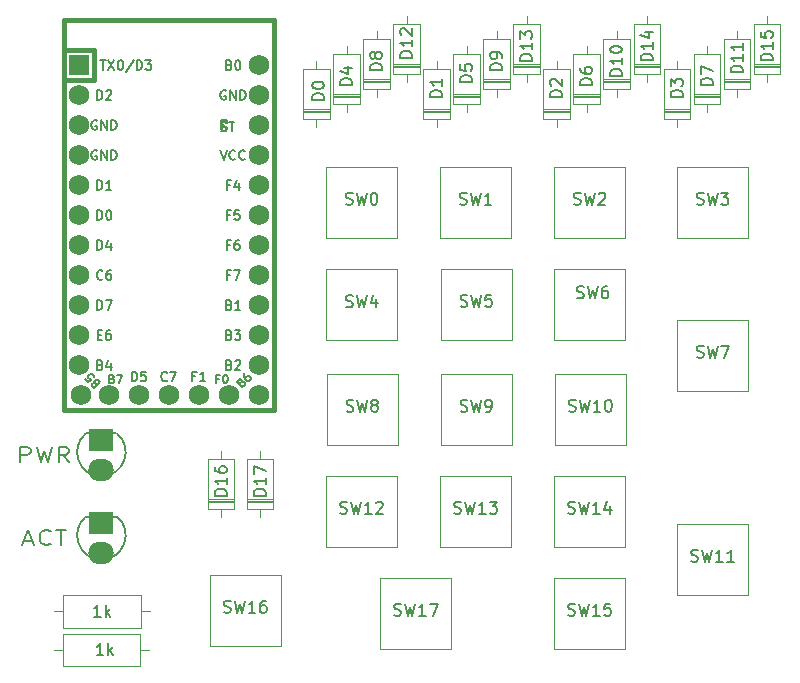
<source format=gbr>
%TF.GenerationSoftware,KiCad,Pcbnew,(6.0.9)*%
%TF.CreationDate,2022-12-06T22:08:06+00:00*%
%TF.ProjectId,PocketPad,506f636b-6574-4506-9164-2e6b69636164,rev?*%
%TF.SameCoordinates,Original*%
%TF.FileFunction,Legend,Top*%
%TF.FilePolarity,Positive*%
%FSLAX46Y46*%
G04 Gerber Fmt 4.6, Leading zero omitted, Abs format (unit mm)*
G04 Created by KiCad (PCBNEW (6.0.9)) date 2022-12-06 22:08:06*
%MOMM*%
%LPD*%
G01*
G04 APERTURE LIST*
%ADD10C,0.150000*%
%ADD11C,0.203200*%
%ADD12C,0.120000*%
%ADD13C,0.381000*%
%ADD14R,1.752600X1.752600*%
%ADD15C,1.752600*%
%ADD16O,2.159000X1.905000*%
%ADD17R,2.159000X1.905000*%
G04 APERTURE END LIST*
D10*
%TO.C,SW2*%
X72446666Y-36588761D02*
X72589523Y-36636380D01*
X72827619Y-36636380D01*
X72922857Y-36588761D01*
X72970476Y-36541142D01*
X73018095Y-36445904D01*
X73018095Y-36350666D01*
X72970476Y-36255428D01*
X72922857Y-36207809D01*
X72827619Y-36160190D01*
X72637142Y-36112571D01*
X72541904Y-36064952D01*
X72494285Y-36017333D01*
X72446666Y-35922095D01*
X72446666Y-35826857D01*
X72494285Y-35731619D01*
X72541904Y-35684000D01*
X72637142Y-35636380D01*
X72875238Y-35636380D01*
X73018095Y-35684000D01*
X73351428Y-35636380D02*
X73589523Y-36636380D01*
X73780000Y-35922095D01*
X73970476Y-36636380D01*
X74208571Y-35636380D01*
X74541904Y-35731619D02*
X74589523Y-35684000D01*
X74684761Y-35636380D01*
X74922857Y-35636380D01*
X75018095Y-35684000D01*
X75065714Y-35731619D01*
X75113333Y-35826857D01*
X75113333Y-35922095D01*
X75065714Y-36064952D01*
X74494285Y-36636380D01*
X75113333Y-36636380D01*
%TO.C,SW7*%
X82860666Y-49542761D02*
X83003523Y-49590380D01*
X83241619Y-49590380D01*
X83336857Y-49542761D01*
X83384476Y-49495142D01*
X83432095Y-49399904D01*
X83432095Y-49304666D01*
X83384476Y-49209428D01*
X83336857Y-49161809D01*
X83241619Y-49114190D01*
X83051142Y-49066571D01*
X82955904Y-49018952D01*
X82908285Y-48971333D01*
X82860666Y-48876095D01*
X82860666Y-48780857D01*
X82908285Y-48685619D01*
X82955904Y-48638000D01*
X83051142Y-48590380D01*
X83289238Y-48590380D01*
X83432095Y-48638000D01*
X83765428Y-48590380D02*
X84003523Y-49590380D01*
X84194000Y-48876095D01*
X84384476Y-49590380D01*
X84622571Y-48590380D01*
X84908285Y-48590380D02*
X85574952Y-48590380D01*
X85146380Y-49590380D01*
%TO.C,SW3*%
X82860666Y-36588761D02*
X83003523Y-36636380D01*
X83241619Y-36636380D01*
X83336857Y-36588761D01*
X83384476Y-36541142D01*
X83432095Y-36445904D01*
X83432095Y-36350666D01*
X83384476Y-36255428D01*
X83336857Y-36207809D01*
X83241619Y-36160190D01*
X83051142Y-36112571D01*
X82955904Y-36064952D01*
X82908285Y-36017333D01*
X82860666Y-35922095D01*
X82860666Y-35826857D01*
X82908285Y-35731619D01*
X82955904Y-35684000D01*
X83051142Y-35636380D01*
X83289238Y-35636380D01*
X83432095Y-35684000D01*
X83765428Y-35636380D02*
X84003523Y-36636380D01*
X84194000Y-35922095D01*
X84384476Y-36636380D01*
X84622571Y-35636380D01*
X84908285Y-35636380D02*
X85527333Y-35636380D01*
X85194000Y-36017333D01*
X85336857Y-36017333D01*
X85432095Y-36064952D01*
X85479714Y-36112571D01*
X85527333Y-36207809D01*
X85527333Y-36445904D01*
X85479714Y-36541142D01*
X85432095Y-36588761D01*
X85336857Y-36636380D01*
X85051142Y-36636380D01*
X84955904Y-36588761D01*
X84908285Y-36541142D01*
%TO.C,SW16*%
X42812476Y-71132761D02*
X42955333Y-71180380D01*
X43193428Y-71180380D01*
X43288666Y-71132761D01*
X43336285Y-71085142D01*
X43383904Y-70989904D01*
X43383904Y-70894666D01*
X43336285Y-70799428D01*
X43288666Y-70751809D01*
X43193428Y-70704190D01*
X43002952Y-70656571D01*
X42907714Y-70608952D01*
X42860095Y-70561333D01*
X42812476Y-70466095D01*
X42812476Y-70370857D01*
X42860095Y-70275619D01*
X42907714Y-70228000D01*
X43002952Y-70180380D01*
X43241047Y-70180380D01*
X43383904Y-70228000D01*
X43717238Y-70180380D02*
X43955333Y-71180380D01*
X44145809Y-70466095D01*
X44336285Y-71180380D01*
X44574380Y-70180380D01*
X45479142Y-71180380D02*
X44907714Y-71180380D01*
X45193428Y-71180380D02*
X45193428Y-70180380D01*
X45098190Y-70323238D01*
X45002952Y-70418476D01*
X44907714Y-70466095D01*
X46336285Y-70180380D02*
X46145809Y-70180380D01*
X46050571Y-70228000D01*
X46002952Y-70275619D01*
X45907714Y-70418476D01*
X45860095Y-70608952D01*
X45860095Y-70989904D01*
X45907714Y-71085142D01*
X45955333Y-71132761D01*
X46050571Y-71180380D01*
X46241047Y-71180380D01*
X46336285Y-71132761D01*
X46383904Y-71085142D01*
X46431523Y-70989904D01*
X46431523Y-70751809D01*
X46383904Y-70656571D01*
X46336285Y-70608952D01*
X46241047Y-70561333D01*
X46050571Y-70561333D01*
X45955333Y-70608952D01*
X45907714Y-70656571D01*
X45860095Y-70751809D01*
%TO.C,SW17*%
X57238476Y-71386761D02*
X57381333Y-71434380D01*
X57619428Y-71434380D01*
X57714666Y-71386761D01*
X57762285Y-71339142D01*
X57809904Y-71243904D01*
X57809904Y-71148666D01*
X57762285Y-71053428D01*
X57714666Y-71005809D01*
X57619428Y-70958190D01*
X57428952Y-70910571D01*
X57333714Y-70862952D01*
X57286095Y-70815333D01*
X57238476Y-70720095D01*
X57238476Y-70624857D01*
X57286095Y-70529619D01*
X57333714Y-70482000D01*
X57428952Y-70434380D01*
X57667047Y-70434380D01*
X57809904Y-70482000D01*
X58143238Y-70434380D02*
X58381333Y-71434380D01*
X58571809Y-70720095D01*
X58762285Y-71434380D01*
X59000380Y-70434380D01*
X59905142Y-71434380D02*
X59333714Y-71434380D01*
X59619428Y-71434380D02*
X59619428Y-70434380D01*
X59524190Y-70577238D01*
X59428952Y-70672476D01*
X59333714Y-70720095D01*
X60238476Y-70434380D02*
X60905142Y-70434380D01*
X60476571Y-71434380D01*
%TO.C,SW8*%
X53194666Y-54114761D02*
X53337523Y-54162380D01*
X53575619Y-54162380D01*
X53670857Y-54114761D01*
X53718476Y-54067142D01*
X53766095Y-53971904D01*
X53766095Y-53876666D01*
X53718476Y-53781428D01*
X53670857Y-53733809D01*
X53575619Y-53686190D01*
X53385142Y-53638571D01*
X53289904Y-53590952D01*
X53242285Y-53543333D01*
X53194666Y-53448095D01*
X53194666Y-53352857D01*
X53242285Y-53257619D01*
X53289904Y-53210000D01*
X53385142Y-53162380D01*
X53623238Y-53162380D01*
X53766095Y-53210000D01*
X54099428Y-53162380D02*
X54337523Y-54162380D01*
X54528000Y-53448095D01*
X54718476Y-54162380D01*
X54956571Y-53162380D01*
X55480380Y-53590952D02*
X55385142Y-53543333D01*
X55337523Y-53495714D01*
X55289904Y-53400476D01*
X55289904Y-53352857D01*
X55337523Y-53257619D01*
X55385142Y-53210000D01*
X55480380Y-53162380D01*
X55670857Y-53162380D01*
X55766095Y-53210000D01*
X55813714Y-53257619D01*
X55861333Y-53352857D01*
X55861333Y-53400476D01*
X55813714Y-53495714D01*
X55766095Y-53543333D01*
X55670857Y-53590952D01*
X55480380Y-53590952D01*
X55385142Y-53638571D01*
X55337523Y-53686190D01*
X55289904Y-53781428D01*
X55289904Y-53971904D01*
X55337523Y-54067142D01*
X55385142Y-54114761D01*
X55480380Y-54162380D01*
X55670857Y-54162380D01*
X55766095Y-54114761D01*
X55813714Y-54067142D01*
X55861333Y-53971904D01*
X55861333Y-53781428D01*
X55813714Y-53686190D01*
X55766095Y-53638571D01*
X55670857Y-53590952D01*
%TO.C,D16*%
X43042380Y-61266285D02*
X42042380Y-61266285D01*
X42042380Y-61028190D01*
X42090000Y-60885333D01*
X42185238Y-60790095D01*
X42280476Y-60742476D01*
X42470952Y-60694857D01*
X42613809Y-60694857D01*
X42804285Y-60742476D01*
X42899523Y-60790095D01*
X42994761Y-60885333D01*
X43042380Y-61028190D01*
X43042380Y-61266285D01*
X43042380Y-59742476D02*
X43042380Y-60313904D01*
X43042380Y-60028190D02*
X42042380Y-60028190D01*
X42185238Y-60123428D01*
X42280476Y-60218666D01*
X42328095Y-60313904D01*
X42042380Y-58885333D02*
X42042380Y-59075809D01*
X42090000Y-59171047D01*
X42137619Y-59218666D01*
X42280476Y-59313904D01*
X42470952Y-59361523D01*
X42851904Y-59361523D01*
X42947142Y-59313904D01*
X42994761Y-59266285D01*
X43042380Y-59171047D01*
X43042380Y-58980571D01*
X42994761Y-58885333D01*
X42947142Y-58837714D01*
X42851904Y-58790095D01*
X42613809Y-58790095D01*
X42518571Y-58837714D01*
X42470952Y-58885333D01*
X42423333Y-58980571D01*
X42423333Y-59171047D01*
X42470952Y-59266285D01*
X42518571Y-59313904D01*
X42613809Y-59361523D01*
%TO.C,D1*%
X61278380Y-27516095D02*
X60278380Y-27516095D01*
X60278380Y-27278000D01*
X60326000Y-27135142D01*
X60421238Y-27039904D01*
X60516476Y-26992285D01*
X60706952Y-26944666D01*
X60849809Y-26944666D01*
X61040285Y-26992285D01*
X61135523Y-27039904D01*
X61230761Y-27135142D01*
X61278380Y-27278000D01*
X61278380Y-27516095D01*
X61278380Y-25992285D02*
X61278380Y-26563714D01*
X61278380Y-26278000D02*
X60278380Y-26278000D01*
X60421238Y-26373238D01*
X60516476Y-26468476D01*
X60564095Y-26563714D01*
%TO.C,D5*%
X63818380Y-26246095D02*
X62818380Y-26246095D01*
X62818380Y-26008000D01*
X62866000Y-25865142D01*
X62961238Y-25769904D01*
X63056476Y-25722285D01*
X63246952Y-25674666D01*
X63389809Y-25674666D01*
X63580285Y-25722285D01*
X63675523Y-25769904D01*
X63770761Y-25865142D01*
X63818380Y-26008000D01*
X63818380Y-26246095D01*
X62818380Y-24769904D02*
X62818380Y-25246095D01*
X63294571Y-25293714D01*
X63246952Y-25246095D01*
X63199333Y-25150857D01*
X63199333Y-24912761D01*
X63246952Y-24817523D01*
X63294571Y-24769904D01*
X63389809Y-24722285D01*
X63627904Y-24722285D01*
X63723142Y-24769904D01*
X63770761Y-24817523D01*
X63818380Y-24912761D01*
X63818380Y-25150857D01*
X63770761Y-25246095D01*
X63723142Y-25293714D01*
%TO.C,D13*%
X68898380Y-24436285D02*
X67898380Y-24436285D01*
X67898380Y-24198190D01*
X67946000Y-24055333D01*
X68041238Y-23960095D01*
X68136476Y-23912476D01*
X68326952Y-23864857D01*
X68469809Y-23864857D01*
X68660285Y-23912476D01*
X68755523Y-23960095D01*
X68850761Y-24055333D01*
X68898380Y-24198190D01*
X68898380Y-24436285D01*
X68898380Y-22912476D02*
X68898380Y-23483904D01*
X68898380Y-23198190D02*
X67898380Y-23198190D01*
X68041238Y-23293428D01*
X68136476Y-23388666D01*
X68184095Y-23483904D01*
X67898380Y-22579142D02*
X67898380Y-21960095D01*
X68279333Y-22293428D01*
X68279333Y-22150571D01*
X68326952Y-22055333D01*
X68374571Y-22007714D01*
X68469809Y-21960095D01*
X68707904Y-21960095D01*
X68803142Y-22007714D01*
X68850761Y-22055333D01*
X68898380Y-22150571D01*
X68898380Y-22436285D01*
X68850761Y-22531523D01*
X68803142Y-22579142D01*
%TO.C,SW13*%
X62318476Y-62750761D02*
X62461333Y-62798380D01*
X62699428Y-62798380D01*
X62794666Y-62750761D01*
X62842285Y-62703142D01*
X62889904Y-62607904D01*
X62889904Y-62512666D01*
X62842285Y-62417428D01*
X62794666Y-62369809D01*
X62699428Y-62322190D01*
X62508952Y-62274571D01*
X62413714Y-62226952D01*
X62366095Y-62179333D01*
X62318476Y-62084095D01*
X62318476Y-61988857D01*
X62366095Y-61893619D01*
X62413714Y-61846000D01*
X62508952Y-61798380D01*
X62747047Y-61798380D01*
X62889904Y-61846000D01*
X63223238Y-61798380D02*
X63461333Y-62798380D01*
X63651809Y-62084095D01*
X63842285Y-62798380D01*
X64080380Y-61798380D01*
X64985142Y-62798380D02*
X64413714Y-62798380D01*
X64699428Y-62798380D02*
X64699428Y-61798380D01*
X64604190Y-61941238D01*
X64508952Y-62036476D01*
X64413714Y-62084095D01*
X65318476Y-61798380D02*
X65937523Y-61798380D01*
X65604190Y-62179333D01*
X65747047Y-62179333D01*
X65842285Y-62226952D01*
X65889904Y-62274571D01*
X65937523Y-62369809D01*
X65937523Y-62607904D01*
X65889904Y-62703142D01*
X65842285Y-62750761D01*
X65747047Y-62798380D01*
X65461333Y-62798380D01*
X65366095Y-62750761D01*
X65318476Y-62703142D01*
%TO.C,SW14*%
X71970476Y-62750761D02*
X72113333Y-62798380D01*
X72351428Y-62798380D01*
X72446666Y-62750761D01*
X72494285Y-62703142D01*
X72541904Y-62607904D01*
X72541904Y-62512666D01*
X72494285Y-62417428D01*
X72446666Y-62369809D01*
X72351428Y-62322190D01*
X72160952Y-62274571D01*
X72065714Y-62226952D01*
X72018095Y-62179333D01*
X71970476Y-62084095D01*
X71970476Y-61988857D01*
X72018095Y-61893619D01*
X72065714Y-61846000D01*
X72160952Y-61798380D01*
X72399047Y-61798380D01*
X72541904Y-61846000D01*
X72875238Y-61798380D02*
X73113333Y-62798380D01*
X73303809Y-62084095D01*
X73494285Y-62798380D01*
X73732380Y-61798380D01*
X74637142Y-62798380D02*
X74065714Y-62798380D01*
X74351428Y-62798380D02*
X74351428Y-61798380D01*
X74256190Y-61941238D01*
X74160952Y-62036476D01*
X74065714Y-62084095D01*
X75494285Y-62131714D02*
X75494285Y-62798380D01*
X75256190Y-61750761D02*
X75018095Y-62465047D01*
X75637142Y-62465047D01*
%TO.C,SW6*%
X72700666Y-44502761D02*
X72843523Y-44550380D01*
X73081619Y-44550380D01*
X73176857Y-44502761D01*
X73224476Y-44455142D01*
X73272095Y-44359904D01*
X73272095Y-44264666D01*
X73224476Y-44169428D01*
X73176857Y-44121809D01*
X73081619Y-44074190D01*
X72891142Y-44026571D01*
X72795904Y-43978952D01*
X72748285Y-43931333D01*
X72700666Y-43836095D01*
X72700666Y-43740857D01*
X72748285Y-43645619D01*
X72795904Y-43598000D01*
X72891142Y-43550380D01*
X73129238Y-43550380D01*
X73272095Y-43598000D01*
X73605428Y-43550380D02*
X73843523Y-44550380D01*
X74034000Y-43836095D01*
X74224476Y-44550380D01*
X74462571Y-43550380D01*
X75272095Y-43550380D02*
X75081619Y-43550380D01*
X74986380Y-43598000D01*
X74938761Y-43645619D01*
X74843523Y-43788476D01*
X74795904Y-43978952D01*
X74795904Y-44359904D01*
X74843523Y-44455142D01*
X74891142Y-44502761D01*
X74986380Y-44550380D01*
X75176857Y-44550380D01*
X75272095Y-44502761D01*
X75319714Y-44455142D01*
X75367333Y-44359904D01*
X75367333Y-44121809D01*
X75319714Y-44026571D01*
X75272095Y-43978952D01*
X75176857Y-43931333D01*
X74986380Y-43931333D01*
X74891142Y-43978952D01*
X74843523Y-44026571D01*
X74795904Y-44121809D01*
%TO.C,D4*%
X53658380Y-26500095D02*
X52658380Y-26500095D01*
X52658380Y-26262000D01*
X52706000Y-26119142D01*
X52801238Y-26023904D01*
X52896476Y-25976285D01*
X53086952Y-25928666D01*
X53229809Y-25928666D01*
X53420285Y-25976285D01*
X53515523Y-26023904D01*
X53610761Y-26119142D01*
X53658380Y-26262000D01*
X53658380Y-26500095D01*
X52991714Y-25071523D02*
X53658380Y-25071523D01*
X52610761Y-25309619D02*
X53325047Y-25547714D01*
X53325047Y-24928666D01*
%TO.C,MCU1*%
X32055476Y-29534750D02*
X31979285Y-29496654D01*
X31865000Y-29496654D01*
X31750714Y-29534750D01*
X31674523Y-29610940D01*
X31636428Y-29687130D01*
X31598333Y-29839511D01*
X31598333Y-29953797D01*
X31636428Y-30106178D01*
X31674523Y-30182369D01*
X31750714Y-30258559D01*
X31865000Y-30296654D01*
X31941190Y-30296654D01*
X32055476Y-30258559D01*
X32093571Y-30220464D01*
X32093571Y-29953797D01*
X31941190Y-29953797D01*
X32436428Y-30296654D02*
X32436428Y-29496654D01*
X32893571Y-30296654D01*
X32893571Y-29496654D01*
X33274523Y-30296654D02*
X33274523Y-29496654D01*
X33465000Y-29496654D01*
X33579285Y-29534750D01*
X33655476Y-29610940D01*
X33693571Y-29687130D01*
X33731666Y-29839511D01*
X33731666Y-29953797D01*
X33693571Y-30106178D01*
X33655476Y-30182369D01*
X33579285Y-30258559D01*
X33465000Y-30296654D01*
X33274523Y-30296654D01*
X42564666Y-30403809D02*
X42678952Y-30441904D01*
X42869428Y-30441904D01*
X42945619Y-30403809D01*
X42983714Y-30365714D01*
X43021809Y-30289523D01*
X43021809Y-30213333D01*
X42983714Y-30137142D01*
X42945619Y-30099047D01*
X42869428Y-30060952D01*
X42717047Y-30022857D01*
X42640857Y-29984761D01*
X42602761Y-29946666D01*
X42564666Y-29870476D01*
X42564666Y-29794285D01*
X42602761Y-29718095D01*
X42640857Y-29680000D01*
X42717047Y-29641904D01*
X42907523Y-29641904D01*
X43021809Y-29680000D01*
X43250380Y-29641904D02*
X43707523Y-29641904D01*
X43478952Y-30441904D02*
X43478952Y-29641904D01*
X42977476Y-26994750D02*
X42901285Y-26956654D01*
X42787000Y-26956654D01*
X42672714Y-26994750D01*
X42596523Y-27070940D01*
X42558428Y-27147130D01*
X42520333Y-27299511D01*
X42520333Y-27413797D01*
X42558428Y-27566178D01*
X42596523Y-27642369D01*
X42672714Y-27718559D01*
X42787000Y-27756654D01*
X42863190Y-27756654D01*
X42977476Y-27718559D01*
X43015571Y-27680464D01*
X43015571Y-27413797D01*
X42863190Y-27413797D01*
X43358428Y-27756654D02*
X43358428Y-26956654D01*
X43815571Y-27756654D01*
X43815571Y-26956654D01*
X44196523Y-27756654D02*
X44196523Y-26956654D01*
X44387000Y-26956654D01*
X44501285Y-26994750D01*
X44577476Y-27070940D01*
X44615571Y-27147130D01*
X44653666Y-27299511D01*
X44653666Y-27413797D01*
X44615571Y-27566178D01*
X44577476Y-27642369D01*
X44501285Y-27718559D01*
X44387000Y-27756654D01*
X44196523Y-27756654D01*
X31890991Y-51760452D02*
X31843851Y-51666171D01*
X31843851Y-51619030D01*
X31867421Y-51548320D01*
X31938132Y-51477609D01*
X32008842Y-51454039D01*
X32055983Y-51454039D01*
X32126693Y-51477609D01*
X32315255Y-51666171D01*
X31820280Y-52161146D01*
X31655289Y-51996154D01*
X31631719Y-51925443D01*
X31631719Y-51878303D01*
X31655289Y-51807592D01*
X31702429Y-51760452D01*
X31773140Y-51736882D01*
X31820280Y-51736882D01*
X31890991Y-51760452D01*
X32055983Y-51925443D01*
X31089603Y-51430469D02*
X31325306Y-51666171D01*
X31584578Y-51454039D01*
X31537438Y-51454039D01*
X31466727Y-51430469D01*
X31348876Y-51312617D01*
X31325306Y-51241907D01*
X31325306Y-51194766D01*
X31348876Y-51124056D01*
X31466727Y-51006205D01*
X31537438Y-50982634D01*
X31584578Y-50982634D01*
X31655289Y-51006205D01*
X31773140Y-51124056D01*
X31796710Y-51194766D01*
X31796710Y-51241907D01*
X43263190Y-24797607D02*
X43377476Y-24835702D01*
X43415571Y-24873797D01*
X43453666Y-24949988D01*
X43453666Y-25064273D01*
X43415571Y-25140464D01*
X43377476Y-25178559D01*
X43301285Y-25216654D01*
X42996523Y-25216654D01*
X42996523Y-24416654D01*
X43263190Y-24416654D01*
X43339380Y-24454750D01*
X43377476Y-24492845D01*
X43415571Y-24569035D01*
X43415571Y-24645226D01*
X43377476Y-24721416D01*
X43339380Y-24759511D01*
X43263190Y-24797607D01*
X42996523Y-24797607D01*
X43948904Y-24416654D02*
X44025095Y-24416654D01*
X44101285Y-24454750D01*
X44139380Y-24492845D01*
X44177476Y-24569035D01*
X44215571Y-24721416D01*
X44215571Y-24911892D01*
X44177476Y-25064273D01*
X44139380Y-25140464D01*
X44101285Y-25178559D01*
X44025095Y-25216654D01*
X43948904Y-25216654D01*
X43872714Y-25178559D01*
X43834619Y-25140464D01*
X43796523Y-25064273D01*
X43758428Y-24911892D01*
X43758428Y-24721416D01*
X43796523Y-24569035D01*
X43834619Y-24492845D01*
X43872714Y-24454750D01*
X43948904Y-24416654D01*
X32363651Y-24416654D02*
X32820794Y-24416654D01*
X32592223Y-25216654D02*
X32592223Y-24416654D01*
X33011270Y-24416654D02*
X33544604Y-25216654D01*
X33544604Y-24416654D02*
X33011270Y-25216654D01*
X34001747Y-24416654D02*
X34077937Y-24416654D01*
X34154128Y-24454750D01*
X34192223Y-24492845D01*
X34230318Y-24569035D01*
X34268413Y-24721416D01*
X34268413Y-24911892D01*
X34230318Y-25064273D01*
X34192223Y-25140464D01*
X34154128Y-25178559D01*
X34077937Y-25216654D01*
X34001747Y-25216654D01*
X33925556Y-25178559D01*
X33887461Y-25140464D01*
X33849366Y-25064273D01*
X33811270Y-24911892D01*
X33811270Y-24721416D01*
X33849366Y-24569035D01*
X33887461Y-24492845D01*
X33925556Y-24454750D01*
X34001747Y-24416654D01*
X35182699Y-24378559D02*
X34496985Y-25407130D01*
X35449366Y-25216654D02*
X35449366Y-24416654D01*
X35639842Y-24416654D01*
X35754128Y-24454750D01*
X35830318Y-24530940D01*
X35868413Y-24607130D01*
X35906508Y-24759511D01*
X35906508Y-24873797D01*
X35868413Y-25026178D01*
X35830318Y-25102369D01*
X35754128Y-25178559D01*
X35639842Y-25216654D01*
X35449366Y-25216654D01*
X36173175Y-24416654D02*
X36668413Y-24416654D01*
X36401747Y-24721416D01*
X36516032Y-24721416D01*
X36592223Y-24759511D01*
X36630318Y-24797607D01*
X36668413Y-24873797D01*
X36668413Y-25064273D01*
X36630318Y-25140464D01*
X36592223Y-25178559D01*
X36516032Y-25216654D01*
X36287461Y-25216654D01*
X36211270Y-25178559D01*
X36173175Y-25140464D01*
X43320333Y-40037607D02*
X43053666Y-40037607D01*
X43053666Y-40456654D02*
X43053666Y-39656654D01*
X43434619Y-39656654D01*
X44082238Y-39656654D02*
X43929857Y-39656654D01*
X43853666Y-39694750D01*
X43815571Y-39732845D01*
X43739380Y-39847130D01*
X43701285Y-39999511D01*
X43701285Y-40304273D01*
X43739380Y-40380464D01*
X43777476Y-40418559D01*
X43853666Y-40456654D01*
X44006047Y-40456654D01*
X44082238Y-40418559D01*
X44120333Y-40380464D01*
X44158428Y-40304273D01*
X44158428Y-40113797D01*
X44120333Y-40037607D01*
X44082238Y-39999511D01*
X44006047Y-39961416D01*
X43853666Y-39961416D01*
X43777476Y-39999511D01*
X43739380Y-40037607D01*
X43701285Y-40113797D01*
X43263190Y-45117607D02*
X43377476Y-45155702D01*
X43415571Y-45193797D01*
X43453666Y-45269988D01*
X43453666Y-45384273D01*
X43415571Y-45460464D01*
X43377476Y-45498559D01*
X43301285Y-45536654D01*
X42996523Y-45536654D01*
X42996523Y-44736654D01*
X43263190Y-44736654D01*
X43339380Y-44774750D01*
X43377476Y-44812845D01*
X43415571Y-44889035D01*
X43415571Y-44965226D01*
X43377476Y-45041416D01*
X43339380Y-45079511D01*
X43263190Y-45117607D01*
X42996523Y-45117607D01*
X44215571Y-45536654D02*
X43758428Y-45536654D01*
X43987000Y-45536654D02*
X43987000Y-44736654D01*
X43910809Y-44850940D01*
X43834619Y-44927130D01*
X43758428Y-44965226D01*
X37992666Y-51510464D02*
X37954571Y-51548559D01*
X37840285Y-51586654D01*
X37764095Y-51586654D01*
X37649809Y-51548559D01*
X37573619Y-51472369D01*
X37535523Y-51396178D01*
X37497428Y-51243797D01*
X37497428Y-51129511D01*
X37535523Y-50977130D01*
X37573619Y-50900940D01*
X37649809Y-50824750D01*
X37764095Y-50786654D01*
X37840285Y-50786654D01*
X37954571Y-50824750D01*
X37992666Y-50862845D01*
X38259333Y-50786654D02*
X38792666Y-50786654D01*
X38449809Y-51586654D01*
X42520333Y-32036654D02*
X42787000Y-32836654D01*
X43053666Y-32036654D01*
X43777476Y-32760464D02*
X43739380Y-32798559D01*
X43625095Y-32836654D01*
X43548904Y-32836654D01*
X43434619Y-32798559D01*
X43358428Y-32722369D01*
X43320333Y-32646178D01*
X43282238Y-32493797D01*
X43282238Y-32379511D01*
X43320333Y-32227130D01*
X43358428Y-32150940D01*
X43434619Y-32074750D01*
X43548904Y-32036654D01*
X43625095Y-32036654D01*
X43739380Y-32074750D01*
X43777476Y-32112845D01*
X44577476Y-32760464D02*
X44539380Y-32798559D01*
X44425095Y-32836654D01*
X44348904Y-32836654D01*
X44234619Y-32798559D01*
X44158428Y-32722369D01*
X44120333Y-32646178D01*
X44082238Y-32493797D01*
X44082238Y-32379511D01*
X44120333Y-32227130D01*
X44158428Y-32150940D01*
X44234619Y-32074750D01*
X44348904Y-32036654D01*
X44425095Y-32036654D01*
X44539380Y-32074750D01*
X44577476Y-32112845D01*
X32341190Y-50197607D02*
X32455476Y-50235702D01*
X32493571Y-50273797D01*
X32531666Y-50349988D01*
X32531666Y-50464273D01*
X32493571Y-50540464D01*
X32455476Y-50578559D01*
X32379285Y-50616654D01*
X32074523Y-50616654D01*
X32074523Y-49816654D01*
X32341190Y-49816654D01*
X32417380Y-49854750D01*
X32455476Y-49892845D01*
X32493571Y-49969035D01*
X32493571Y-50045226D01*
X32455476Y-50121416D01*
X32417380Y-50159511D01*
X32341190Y-50197607D01*
X32074523Y-50197607D01*
X33217380Y-50083321D02*
X33217380Y-50616654D01*
X33026904Y-49778559D02*
X32836428Y-50349988D01*
X33331666Y-50349988D01*
X32074523Y-37916654D02*
X32074523Y-37116654D01*
X32265000Y-37116654D01*
X32379285Y-37154750D01*
X32455476Y-37230940D01*
X32493571Y-37307130D01*
X32531666Y-37459511D01*
X32531666Y-37573797D01*
X32493571Y-37726178D01*
X32455476Y-37802369D01*
X32379285Y-37878559D01*
X32265000Y-37916654D01*
X32074523Y-37916654D01*
X33026904Y-37116654D02*
X33103095Y-37116654D01*
X33179285Y-37154750D01*
X33217380Y-37192845D01*
X33255476Y-37269035D01*
X33293571Y-37421416D01*
X33293571Y-37611892D01*
X33255476Y-37764273D01*
X33217380Y-37840464D01*
X33179285Y-37878559D01*
X33103095Y-37916654D01*
X33026904Y-37916654D01*
X32950714Y-37878559D01*
X32912619Y-37840464D01*
X32874523Y-37764273D01*
X32836428Y-37611892D01*
X32836428Y-37421416D01*
X32874523Y-37269035D01*
X32912619Y-37192845D01*
X32950714Y-37154750D01*
X33026904Y-37116654D01*
X33342666Y-51374750D02*
X33442666Y-51408083D01*
X33476000Y-51441416D01*
X33509333Y-51508083D01*
X33509333Y-51608083D01*
X33476000Y-51674750D01*
X33442666Y-51708083D01*
X33376000Y-51741416D01*
X33109333Y-51741416D01*
X33109333Y-51041416D01*
X33342666Y-51041416D01*
X33409333Y-51074750D01*
X33442666Y-51108083D01*
X33476000Y-51174750D01*
X33476000Y-51241416D01*
X33442666Y-51308083D01*
X33409333Y-51341416D01*
X33342666Y-51374750D01*
X33109333Y-51374750D01*
X33742666Y-51041416D02*
X34209333Y-51041416D01*
X33909333Y-51741416D01*
X32074523Y-40456654D02*
X32074523Y-39656654D01*
X32265000Y-39656654D01*
X32379285Y-39694750D01*
X32455476Y-39770940D01*
X32493571Y-39847130D01*
X32531666Y-39999511D01*
X32531666Y-40113797D01*
X32493571Y-40266178D01*
X32455476Y-40342369D01*
X32379285Y-40418559D01*
X32265000Y-40456654D01*
X32074523Y-40456654D01*
X33217380Y-39923321D02*
X33217380Y-40456654D01*
X33026904Y-39618559D02*
X32836428Y-40189988D01*
X33331666Y-40189988D01*
X32531666Y-42920464D02*
X32493571Y-42958559D01*
X32379285Y-42996654D01*
X32303095Y-42996654D01*
X32188809Y-42958559D01*
X32112619Y-42882369D01*
X32074523Y-42806178D01*
X32036428Y-42653797D01*
X32036428Y-42539511D01*
X32074523Y-42387130D01*
X32112619Y-42310940D01*
X32188809Y-42234750D01*
X32303095Y-42196654D01*
X32379285Y-42196654D01*
X32493571Y-42234750D01*
X32531666Y-42272845D01*
X33217380Y-42196654D02*
X33065000Y-42196654D01*
X32988809Y-42234750D01*
X32950714Y-42272845D01*
X32874523Y-42387130D01*
X32836428Y-42539511D01*
X32836428Y-42844273D01*
X32874523Y-42920464D01*
X32912619Y-42958559D01*
X32988809Y-42996654D01*
X33141190Y-42996654D01*
X33217380Y-42958559D01*
X33255476Y-42920464D01*
X33293571Y-42844273D01*
X33293571Y-42653797D01*
X33255476Y-42577607D01*
X33217380Y-42539511D01*
X33141190Y-42501416D01*
X32988809Y-42501416D01*
X32912619Y-42539511D01*
X32874523Y-42577607D01*
X32836428Y-42653797D01*
X43320333Y-42577607D02*
X43053666Y-42577607D01*
X43053666Y-42996654D02*
X43053666Y-42196654D01*
X43434619Y-42196654D01*
X43663190Y-42196654D02*
X44196523Y-42196654D01*
X43853666Y-42996654D01*
X32074523Y-35376654D02*
X32074523Y-34576654D01*
X32265000Y-34576654D01*
X32379285Y-34614750D01*
X32455476Y-34690940D01*
X32493571Y-34767130D01*
X32531666Y-34919511D01*
X32531666Y-35033797D01*
X32493571Y-35186178D01*
X32455476Y-35262369D01*
X32379285Y-35338559D01*
X32265000Y-35376654D01*
X32074523Y-35376654D01*
X33293571Y-35376654D02*
X32836428Y-35376654D01*
X33065000Y-35376654D02*
X33065000Y-34576654D01*
X32988809Y-34690940D01*
X32912619Y-34767130D01*
X32836428Y-34805226D01*
X43320333Y-34957607D02*
X43053666Y-34957607D01*
X43053666Y-35376654D02*
X43053666Y-34576654D01*
X43434619Y-34576654D01*
X44082238Y-34843321D02*
X44082238Y-35376654D01*
X43891761Y-34538559D02*
X43701285Y-35109988D01*
X44196523Y-35109988D01*
X32074523Y-27756654D02*
X32074523Y-26956654D01*
X32265000Y-26956654D01*
X32379285Y-26994750D01*
X32455476Y-27070940D01*
X32493571Y-27147130D01*
X32531666Y-27299511D01*
X32531666Y-27413797D01*
X32493571Y-27566178D01*
X32455476Y-27642369D01*
X32379285Y-27718559D01*
X32265000Y-27756654D01*
X32074523Y-27756654D01*
X32836428Y-27032845D02*
X32874523Y-26994750D01*
X32950714Y-26956654D01*
X33141190Y-26956654D01*
X33217380Y-26994750D01*
X33255476Y-27032845D01*
X33293571Y-27109035D01*
X33293571Y-27185226D01*
X33255476Y-27299511D01*
X32798333Y-27756654D01*
X33293571Y-27756654D01*
X43263190Y-47657607D02*
X43377476Y-47695702D01*
X43415571Y-47733797D01*
X43453666Y-47809988D01*
X43453666Y-47924273D01*
X43415571Y-48000464D01*
X43377476Y-48038559D01*
X43301285Y-48076654D01*
X42996523Y-48076654D01*
X42996523Y-47276654D01*
X43263190Y-47276654D01*
X43339380Y-47314750D01*
X43377476Y-47352845D01*
X43415571Y-47429035D01*
X43415571Y-47505226D01*
X43377476Y-47581416D01*
X43339380Y-47619511D01*
X43263190Y-47657607D01*
X42996523Y-47657607D01*
X43720333Y-47276654D02*
X44215571Y-47276654D01*
X43948904Y-47581416D01*
X44063190Y-47581416D01*
X44139380Y-47619511D01*
X44177476Y-47657607D01*
X44215571Y-47733797D01*
X44215571Y-47924273D01*
X44177476Y-48000464D01*
X44139380Y-48038559D01*
X44063190Y-48076654D01*
X43834619Y-48076654D01*
X43758428Y-48038559D01*
X43720333Y-48000464D01*
X32055476Y-32074750D02*
X31979285Y-32036654D01*
X31865000Y-32036654D01*
X31750714Y-32074750D01*
X31674523Y-32150940D01*
X31636428Y-32227130D01*
X31598333Y-32379511D01*
X31598333Y-32493797D01*
X31636428Y-32646178D01*
X31674523Y-32722369D01*
X31750714Y-32798559D01*
X31865000Y-32836654D01*
X31941190Y-32836654D01*
X32055476Y-32798559D01*
X32093571Y-32760464D01*
X32093571Y-32493797D01*
X31941190Y-32493797D01*
X32436428Y-32836654D02*
X32436428Y-32036654D01*
X32893571Y-32836654D01*
X32893571Y-32036654D01*
X33274523Y-32836654D02*
X33274523Y-32036654D01*
X33465000Y-32036654D01*
X33579285Y-32074750D01*
X33655476Y-32150940D01*
X33693571Y-32227130D01*
X33731666Y-32379511D01*
X33731666Y-32493797D01*
X33693571Y-32646178D01*
X33655476Y-32722369D01*
X33579285Y-32798559D01*
X33465000Y-32836654D01*
X33274523Y-32836654D01*
X34995523Y-51586654D02*
X34995523Y-50786654D01*
X35186000Y-50786654D01*
X35300285Y-50824750D01*
X35376476Y-50900940D01*
X35414571Y-50977130D01*
X35452666Y-51129511D01*
X35452666Y-51243797D01*
X35414571Y-51396178D01*
X35376476Y-51472369D01*
X35300285Y-51548559D01*
X35186000Y-51586654D01*
X34995523Y-51586654D01*
X36176476Y-50786654D02*
X35795523Y-50786654D01*
X35757428Y-51167607D01*
X35795523Y-51129511D01*
X35871714Y-51091416D01*
X36062190Y-51091416D01*
X36138380Y-51129511D01*
X36176476Y-51167607D01*
X36214571Y-51243797D01*
X36214571Y-51434273D01*
X36176476Y-51510464D01*
X36138380Y-51548559D01*
X36062190Y-51586654D01*
X35871714Y-51586654D01*
X35795523Y-51548559D01*
X35757428Y-51510464D01*
X44290297Y-51689741D02*
X44384578Y-51642601D01*
X44431719Y-51642601D01*
X44502429Y-51666171D01*
X44573140Y-51736882D01*
X44596710Y-51807592D01*
X44596710Y-51854733D01*
X44573140Y-51925443D01*
X44384578Y-52114005D01*
X43889603Y-51619030D01*
X44054595Y-51454039D01*
X44125306Y-51430469D01*
X44172446Y-51430469D01*
X44243157Y-51454039D01*
X44290297Y-51501179D01*
X44313867Y-51571890D01*
X44313867Y-51619030D01*
X44290297Y-51689741D01*
X44125306Y-51854733D01*
X44596710Y-50911924D02*
X44502429Y-51006205D01*
X44478859Y-51076915D01*
X44478859Y-51124056D01*
X44502429Y-51241907D01*
X44573140Y-51359758D01*
X44761702Y-51548320D01*
X44832412Y-51571890D01*
X44879553Y-51571890D01*
X44950264Y-51548320D01*
X45044544Y-51454039D01*
X45068115Y-51383328D01*
X45068115Y-51336188D01*
X45044544Y-51265477D01*
X44926693Y-51147626D01*
X44855983Y-51124056D01*
X44808842Y-51124056D01*
X44738132Y-51147626D01*
X44643851Y-51241907D01*
X44620280Y-51312617D01*
X44620280Y-51359758D01*
X44643851Y-51430469D01*
X43320333Y-37497607D02*
X43053666Y-37497607D01*
X43053666Y-37916654D02*
X43053666Y-37116654D01*
X43434619Y-37116654D01*
X44120333Y-37116654D02*
X43739380Y-37116654D01*
X43701285Y-37497607D01*
X43739380Y-37459511D01*
X43815571Y-37421416D01*
X44006047Y-37421416D01*
X44082238Y-37459511D01*
X44120333Y-37497607D01*
X44158428Y-37573797D01*
X44158428Y-37764273D01*
X44120333Y-37840464D01*
X44082238Y-37878559D01*
X44006047Y-37916654D01*
X43815571Y-37916654D01*
X43739380Y-37878559D01*
X43701285Y-37840464D01*
X32112619Y-47657607D02*
X32379285Y-47657607D01*
X32493571Y-48076654D02*
X32112619Y-48076654D01*
X32112619Y-47276654D01*
X32493571Y-47276654D01*
X33179285Y-47276654D02*
X33026904Y-47276654D01*
X32950714Y-47314750D01*
X32912619Y-47352845D01*
X32836428Y-47467130D01*
X32798333Y-47619511D01*
X32798333Y-47924273D01*
X32836428Y-48000464D01*
X32874523Y-48038559D01*
X32950714Y-48076654D01*
X33103095Y-48076654D01*
X33179285Y-48038559D01*
X33217380Y-48000464D01*
X33255476Y-47924273D01*
X33255476Y-47733797D01*
X33217380Y-47657607D01*
X33179285Y-47619511D01*
X33103095Y-47581416D01*
X32950714Y-47581416D01*
X32874523Y-47619511D01*
X32836428Y-47657607D01*
X32798333Y-47733797D01*
X42392666Y-51374750D02*
X42159333Y-51374750D01*
X42159333Y-51741416D02*
X42159333Y-51041416D01*
X42492666Y-51041416D01*
X42892666Y-51041416D02*
X42959333Y-51041416D01*
X43026000Y-51074750D01*
X43059333Y-51108083D01*
X43092666Y-51174750D01*
X43126000Y-51308083D01*
X43126000Y-51474750D01*
X43092666Y-51608083D01*
X43059333Y-51674750D01*
X43026000Y-51708083D01*
X42959333Y-51741416D01*
X42892666Y-51741416D01*
X42826000Y-51708083D01*
X42792666Y-51674750D01*
X42759333Y-51608083D01*
X42726000Y-51474750D01*
X42726000Y-51308083D01*
X42759333Y-51174750D01*
X42792666Y-51108083D01*
X42826000Y-51074750D01*
X42892666Y-51041416D01*
X32074523Y-45536654D02*
X32074523Y-44736654D01*
X32265000Y-44736654D01*
X32379285Y-44774750D01*
X32455476Y-44850940D01*
X32493571Y-44927130D01*
X32531666Y-45079511D01*
X32531666Y-45193797D01*
X32493571Y-45346178D01*
X32455476Y-45422369D01*
X32379285Y-45498559D01*
X32265000Y-45536654D01*
X32074523Y-45536654D01*
X32798333Y-44736654D02*
X33331666Y-44736654D01*
X32988809Y-45536654D01*
X40399333Y-51167607D02*
X40132666Y-51167607D01*
X40132666Y-51586654D02*
X40132666Y-50786654D01*
X40513619Y-50786654D01*
X41237428Y-51586654D02*
X40780285Y-51586654D01*
X41008857Y-51586654D02*
X41008857Y-50786654D01*
X40932666Y-50900940D01*
X40856476Y-50977130D01*
X40780285Y-51015226D01*
X43263190Y-50197607D02*
X43377476Y-50235702D01*
X43415571Y-50273797D01*
X43453666Y-50349988D01*
X43453666Y-50464273D01*
X43415571Y-50540464D01*
X43377476Y-50578559D01*
X43301285Y-50616654D01*
X42996523Y-50616654D01*
X42996523Y-49816654D01*
X43263190Y-49816654D01*
X43339380Y-49854750D01*
X43377476Y-49892845D01*
X43415571Y-49969035D01*
X43415571Y-50045226D01*
X43377476Y-50121416D01*
X43339380Y-50159511D01*
X43263190Y-50197607D01*
X42996523Y-50197607D01*
X43758428Y-49892845D02*
X43796523Y-49854750D01*
X43872714Y-49816654D01*
X44063190Y-49816654D01*
X44139380Y-49854750D01*
X44177476Y-49892845D01*
X44215571Y-49969035D01*
X44215571Y-50045226D01*
X44177476Y-50159511D01*
X43720333Y-50616654D01*
X44215571Y-50616654D01*
%TO.C,D15*%
X89270380Y-24430285D02*
X88270380Y-24430285D01*
X88270380Y-24192190D01*
X88318000Y-24049333D01*
X88413238Y-23954095D01*
X88508476Y-23906476D01*
X88698952Y-23858857D01*
X88841809Y-23858857D01*
X89032285Y-23906476D01*
X89127523Y-23954095D01*
X89222761Y-24049333D01*
X89270380Y-24192190D01*
X89270380Y-24430285D01*
X89270380Y-22906476D02*
X89270380Y-23477904D01*
X89270380Y-23192190D02*
X88270380Y-23192190D01*
X88413238Y-23287428D01*
X88508476Y-23382666D01*
X88556095Y-23477904D01*
X88270380Y-22001714D02*
X88270380Y-22477904D01*
X88746571Y-22525523D01*
X88698952Y-22477904D01*
X88651333Y-22382666D01*
X88651333Y-22144571D01*
X88698952Y-22049333D01*
X88746571Y-22001714D01*
X88841809Y-21954095D01*
X89079904Y-21954095D01*
X89175142Y-22001714D01*
X89222761Y-22049333D01*
X89270380Y-22144571D01*
X89270380Y-22382666D01*
X89222761Y-22477904D01*
X89175142Y-22525523D01*
%TO.C,D3*%
X81650380Y-27504095D02*
X80650380Y-27504095D01*
X80650380Y-27266000D01*
X80698000Y-27123142D01*
X80793238Y-27027904D01*
X80888476Y-26980285D01*
X81078952Y-26932666D01*
X81221809Y-26932666D01*
X81412285Y-26980285D01*
X81507523Y-27027904D01*
X81602761Y-27123142D01*
X81650380Y-27266000D01*
X81650380Y-27504095D01*
X80650380Y-26599333D02*
X80650380Y-25980285D01*
X81031333Y-26313619D01*
X81031333Y-26170761D01*
X81078952Y-26075523D01*
X81126571Y-26027904D01*
X81221809Y-25980285D01*
X81459904Y-25980285D01*
X81555142Y-26027904D01*
X81602761Y-26075523D01*
X81650380Y-26170761D01*
X81650380Y-26456476D01*
X81602761Y-26551714D01*
X81555142Y-26599333D01*
D11*
%TO.C,ACT*%
X25898571Y-65089666D02*
X26624285Y-65089666D01*
X25753428Y-65452523D02*
X26261428Y-64182523D01*
X26769428Y-65452523D01*
X28148285Y-65331571D02*
X28075714Y-65392047D01*
X27858000Y-65452523D01*
X27712857Y-65452523D01*
X27495142Y-65392047D01*
X27350000Y-65271095D01*
X27277428Y-65150142D01*
X27204857Y-64908238D01*
X27204857Y-64726809D01*
X27277428Y-64484904D01*
X27350000Y-64363952D01*
X27495142Y-64243000D01*
X27712857Y-64182523D01*
X27858000Y-64182523D01*
X28075714Y-64243000D01*
X28148285Y-64303476D01*
X28583714Y-64182523D02*
X29454571Y-64182523D01*
X29019142Y-65452523D02*
X29019142Y-64182523D01*
D10*
%TO.C,D12*%
X58738380Y-24182285D02*
X57738380Y-24182285D01*
X57738380Y-23944190D01*
X57786000Y-23801333D01*
X57881238Y-23706095D01*
X57976476Y-23658476D01*
X58166952Y-23610857D01*
X58309809Y-23610857D01*
X58500285Y-23658476D01*
X58595523Y-23706095D01*
X58690761Y-23801333D01*
X58738380Y-23944190D01*
X58738380Y-24182285D01*
X58738380Y-22658476D02*
X58738380Y-23229904D01*
X58738380Y-22944190D02*
X57738380Y-22944190D01*
X57881238Y-23039428D01*
X57976476Y-23134666D01*
X58024095Y-23229904D01*
X57833619Y-22277523D02*
X57786000Y-22229904D01*
X57738380Y-22134666D01*
X57738380Y-21896571D01*
X57786000Y-21801333D01*
X57833619Y-21753714D01*
X57928857Y-21706095D01*
X58024095Y-21706095D01*
X58166952Y-21753714D01*
X58738380Y-22325142D01*
X58738380Y-21706095D01*
%TO.C,D11*%
X86730380Y-25440285D02*
X85730380Y-25440285D01*
X85730380Y-25202190D01*
X85778000Y-25059333D01*
X85873238Y-24964095D01*
X85968476Y-24916476D01*
X86158952Y-24868857D01*
X86301809Y-24868857D01*
X86492285Y-24916476D01*
X86587523Y-24964095D01*
X86682761Y-25059333D01*
X86730380Y-25202190D01*
X86730380Y-25440285D01*
X86730380Y-23916476D02*
X86730380Y-24487904D01*
X86730380Y-24202190D02*
X85730380Y-24202190D01*
X85873238Y-24297428D01*
X85968476Y-24392666D01*
X86016095Y-24487904D01*
X86730380Y-22964095D02*
X86730380Y-23535523D01*
X86730380Y-23249809D02*
X85730380Y-23249809D01*
X85873238Y-23345047D01*
X85968476Y-23440285D01*
X86016095Y-23535523D01*
%TO.C,D10*%
X76518380Y-25706285D02*
X75518380Y-25706285D01*
X75518380Y-25468190D01*
X75566000Y-25325333D01*
X75661238Y-25230095D01*
X75756476Y-25182476D01*
X75946952Y-25134857D01*
X76089809Y-25134857D01*
X76280285Y-25182476D01*
X76375523Y-25230095D01*
X76470761Y-25325333D01*
X76518380Y-25468190D01*
X76518380Y-25706285D01*
X76518380Y-24182476D02*
X76518380Y-24753904D01*
X76518380Y-24468190D02*
X75518380Y-24468190D01*
X75661238Y-24563428D01*
X75756476Y-24658666D01*
X75804095Y-24753904D01*
X75518380Y-23563428D02*
X75518380Y-23468190D01*
X75566000Y-23372952D01*
X75613619Y-23325333D01*
X75708857Y-23277714D01*
X75899333Y-23230095D01*
X76137428Y-23230095D01*
X76327904Y-23277714D01*
X76423142Y-23325333D01*
X76470761Y-23372952D01*
X76518380Y-23468190D01*
X76518380Y-23563428D01*
X76470761Y-23658666D01*
X76423142Y-23706285D01*
X76327904Y-23753904D01*
X76137428Y-23801523D01*
X75899333Y-23801523D01*
X75708857Y-23753904D01*
X75613619Y-23706285D01*
X75566000Y-23658666D01*
X75518380Y-23563428D01*
%TO.C,D8*%
X56198380Y-25230095D02*
X55198380Y-25230095D01*
X55198380Y-24992000D01*
X55246000Y-24849142D01*
X55341238Y-24753904D01*
X55436476Y-24706285D01*
X55626952Y-24658666D01*
X55769809Y-24658666D01*
X55960285Y-24706285D01*
X56055523Y-24753904D01*
X56150761Y-24849142D01*
X56198380Y-24992000D01*
X56198380Y-25230095D01*
X55626952Y-24087238D02*
X55579333Y-24182476D01*
X55531714Y-24230095D01*
X55436476Y-24277714D01*
X55388857Y-24277714D01*
X55293619Y-24230095D01*
X55246000Y-24182476D01*
X55198380Y-24087238D01*
X55198380Y-23896761D01*
X55246000Y-23801523D01*
X55293619Y-23753904D01*
X55388857Y-23706285D01*
X55436476Y-23706285D01*
X55531714Y-23753904D01*
X55579333Y-23801523D01*
X55626952Y-23896761D01*
X55626952Y-24087238D01*
X55674571Y-24182476D01*
X55722190Y-24230095D01*
X55817428Y-24277714D01*
X56007904Y-24277714D01*
X56103142Y-24230095D01*
X56150761Y-24182476D01*
X56198380Y-24087238D01*
X56198380Y-23896761D01*
X56150761Y-23801523D01*
X56103142Y-23753904D01*
X56007904Y-23706285D01*
X55817428Y-23706285D01*
X55722190Y-23753904D01*
X55674571Y-23801523D01*
X55626952Y-23896761D01*
%TO.C,SW12*%
X52666476Y-62750761D02*
X52809333Y-62798380D01*
X53047428Y-62798380D01*
X53142666Y-62750761D01*
X53190285Y-62703142D01*
X53237904Y-62607904D01*
X53237904Y-62512666D01*
X53190285Y-62417428D01*
X53142666Y-62369809D01*
X53047428Y-62322190D01*
X52856952Y-62274571D01*
X52761714Y-62226952D01*
X52714095Y-62179333D01*
X52666476Y-62084095D01*
X52666476Y-61988857D01*
X52714095Y-61893619D01*
X52761714Y-61846000D01*
X52856952Y-61798380D01*
X53095047Y-61798380D01*
X53237904Y-61846000D01*
X53571238Y-61798380D02*
X53809333Y-62798380D01*
X53999809Y-62084095D01*
X54190285Y-62798380D01*
X54428380Y-61798380D01*
X55333142Y-62798380D02*
X54761714Y-62798380D01*
X55047428Y-62798380D02*
X55047428Y-61798380D01*
X54952190Y-61941238D01*
X54856952Y-62036476D01*
X54761714Y-62084095D01*
X55714095Y-61893619D02*
X55761714Y-61846000D01*
X55856952Y-61798380D01*
X56095047Y-61798380D01*
X56190285Y-61846000D01*
X56237904Y-61893619D01*
X56285523Y-61988857D01*
X56285523Y-62084095D01*
X56237904Y-62226952D01*
X55666476Y-62798380D01*
X56285523Y-62798380D01*
%TO.C,SW5*%
X62846666Y-45224761D02*
X62989523Y-45272380D01*
X63227619Y-45272380D01*
X63322857Y-45224761D01*
X63370476Y-45177142D01*
X63418095Y-45081904D01*
X63418095Y-44986666D01*
X63370476Y-44891428D01*
X63322857Y-44843809D01*
X63227619Y-44796190D01*
X63037142Y-44748571D01*
X62941904Y-44700952D01*
X62894285Y-44653333D01*
X62846666Y-44558095D01*
X62846666Y-44462857D01*
X62894285Y-44367619D01*
X62941904Y-44320000D01*
X63037142Y-44272380D01*
X63275238Y-44272380D01*
X63418095Y-44320000D01*
X63751428Y-44272380D02*
X63989523Y-45272380D01*
X64180000Y-44558095D01*
X64370476Y-45272380D01*
X64608571Y-44272380D01*
X65465714Y-44272380D02*
X64989523Y-44272380D01*
X64941904Y-44748571D01*
X64989523Y-44700952D01*
X65084761Y-44653333D01*
X65322857Y-44653333D01*
X65418095Y-44700952D01*
X65465714Y-44748571D01*
X65513333Y-44843809D01*
X65513333Y-45081904D01*
X65465714Y-45177142D01*
X65418095Y-45224761D01*
X65322857Y-45272380D01*
X65084761Y-45272380D01*
X64989523Y-45224761D01*
X64941904Y-45177142D01*
D11*
%TO.C,PWR*%
X25572000Y-58412523D02*
X25572000Y-57142523D01*
X26152571Y-57142523D01*
X26297714Y-57203000D01*
X26370285Y-57263476D01*
X26442857Y-57384428D01*
X26442857Y-57565857D01*
X26370285Y-57686809D01*
X26297714Y-57747285D01*
X26152571Y-57807761D01*
X25572000Y-57807761D01*
X26950857Y-57142523D02*
X27313714Y-58412523D01*
X27604000Y-57505380D01*
X27894285Y-58412523D01*
X28257142Y-57142523D01*
X29708571Y-58412523D02*
X29200571Y-57807761D01*
X28837714Y-58412523D02*
X28837714Y-57142523D01*
X29418285Y-57142523D01*
X29563428Y-57203000D01*
X29636000Y-57263476D01*
X29708571Y-57384428D01*
X29708571Y-57565857D01*
X29636000Y-57686809D01*
X29563428Y-57747285D01*
X29418285Y-57807761D01*
X28837714Y-57807761D01*
D10*
%TO.C,SW9*%
X62846666Y-54114761D02*
X62989523Y-54162380D01*
X63227619Y-54162380D01*
X63322857Y-54114761D01*
X63370476Y-54067142D01*
X63418095Y-53971904D01*
X63418095Y-53876666D01*
X63370476Y-53781428D01*
X63322857Y-53733809D01*
X63227619Y-53686190D01*
X63037142Y-53638571D01*
X62941904Y-53590952D01*
X62894285Y-53543333D01*
X62846666Y-53448095D01*
X62846666Y-53352857D01*
X62894285Y-53257619D01*
X62941904Y-53210000D01*
X63037142Y-53162380D01*
X63275238Y-53162380D01*
X63418095Y-53210000D01*
X63751428Y-53162380D02*
X63989523Y-54162380D01*
X64180000Y-53448095D01*
X64370476Y-54162380D01*
X64608571Y-53162380D01*
X65037142Y-54162380D02*
X65227619Y-54162380D01*
X65322857Y-54114761D01*
X65370476Y-54067142D01*
X65465714Y-53924285D01*
X65513333Y-53733809D01*
X65513333Y-53352857D01*
X65465714Y-53257619D01*
X65418095Y-53210000D01*
X65322857Y-53162380D01*
X65132380Y-53162380D01*
X65037142Y-53210000D01*
X64989523Y-53257619D01*
X64941904Y-53352857D01*
X64941904Y-53590952D01*
X64989523Y-53686190D01*
X65037142Y-53733809D01*
X65132380Y-53781428D01*
X65322857Y-53781428D01*
X65418095Y-53733809D01*
X65465714Y-53686190D01*
X65513333Y-53590952D01*
%TO.C,D14*%
X79110380Y-24424285D02*
X78110380Y-24424285D01*
X78110380Y-24186190D01*
X78158000Y-24043333D01*
X78253238Y-23948095D01*
X78348476Y-23900476D01*
X78538952Y-23852857D01*
X78681809Y-23852857D01*
X78872285Y-23900476D01*
X78967523Y-23948095D01*
X79062761Y-24043333D01*
X79110380Y-24186190D01*
X79110380Y-24424285D01*
X79110380Y-22900476D02*
X79110380Y-23471904D01*
X79110380Y-23186190D02*
X78110380Y-23186190D01*
X78253238Y-23281428D01*
X78348476Y-23376666D01*
X78396095Y-23471904D01*
X78443714Y-22043333D02*
X79110380Y-22043333D01*
X78062761Y-22281428D02*
X78777047Y-22519523D01*
X78777047Y-21900476D01*
%TO.C,PWR-R1*%
X32370952Y-71522380D02*
X31799523Y-71522380D01*
X32085238Y-71522380D02*
X32085238Y-70522380D01*
X31990000Y-70665238D01*
X31894761Y-70760476D01*
X31799523Y-70808095D01*
X32799523Y-71522380D02*
X32799523Y-70522380D01*
X32894761Y-71141428D02*
X33180476Y-71522380D01*
X33180476Y-70855714D02*
X32799523Y-71236666D01*
%TO.C,SW1*%
X62794666Y-36588761D02*
X62937523Y-36636380D01*
X63175619Y-36636380D01*
X63270857Y-36588761D01*
X63318476Y-36541142D01*
X63366095Y-36445904D01*
X63366095Y-36350666D01*
X63318476Y-36255428D01*
X63270857Y-36207809D01*
X63175619Y-36160190D01*
X62985142Y-36112571D01*
X62889904Y-36064952D01*
X62842285Y-36017333D01*
X62794666Y-35922095D01*
X62794666Y-35826857D01*
X62842285Y-35731619D01*
X62889904Y-35684000D01*
X62985142Y-35636380D01*
X63223238Y-35636380D01*
X63366095Y-35684000D01*
X63699428Y-35636380D02*
X63937523Y-36636380D01*
X64128000Y-35922095D01*
X64318476Y-36636380D01*
X64556571Y-35636380D01*
X65461333Y-36636380D02*
X64889904Y-36636380D01*
X65175619Y-36636380D02*
X65175619Y-35636380D01*
X65080380Y-35779238D01*
X64985142Y-35874476D01*
X64889904Y-35922095D01*
%TO.C,SW15*%
X71970476Y-71386761D02*
X72113333Y-71434380D01*
X72351428Y-71434380D01*
X72446666Y-71386761D01*
X72494285Y-71339142D01*
X72541904Y-71243904D01*
X72541904Y-71148666D01*
X72494285Y-71053428D01*
X72446666Y-71005809D01*
X72351428Y-70958190D01*
X72160952Y-70910571D01*
X72065714Y-70862952D01*
X72018095Y-70815333D01*
X71970476Y-70720095D01*
X71970476Y-70624857D01*
X72018095Y-70529619D01*
X72065714Y-70482000D01*
X72160952Y-70434380D01*
X72399047Y-70434380D01*
X72541904Y-70482000D01*
X72875238Y-70434380D02*
X73113333Y-71434380D01*
X73303809Y-70720095D01*
X73494285Y-71434380D01*
X73732380Y-70434380D01*
X74637142Y-71434380D02*
X74065714Y-71434380D01*
X74351428Y-71434380D02*
X74351428Y-70434380D01*
X74256190Y-70577238D01*
X74160952Y-70672476D01*
X74065714Y-70720095D01*
X75541904Y-70434380D02*
X75065714Y-70434380D01*
X75018095Y-70910571D01*
X75065714Y-70862952D01*
X75160952Y-70815333D01*
X75399047Y-70815333D01*
X75494285Y-70862952D01*
X75541904Y-70910571D01*
X75589523Y-71005809D01*
X75589523Y-71243904D01*
X75541904Y-71339142D01*
X75494285Y-71386761D01*
X75399047Y-71434380D01*
X75160952Y-71434380D01*
X75065714Y-71386761D01*
X75018095Y-71339142D01*
%TO.C,D7*%
X84190380Y-26488095D02*
X83190380Y-26488095D01*
X83190380Y-26250000D01*
X83238000Y-26107142D01*
X83333238Y-26011904D01*
X83428476Y-25964285D01*
X83618952Y-25916666D01*
X83761809Y-25916666D01*
X83952285Y-25964285D01*
X84047523Y-26011904D01*
X84142761Y-26107142D01*
X84190380Y-26250000D01*
X84190380Y-26488095D01*
X83190380Y-25583333D02*
X83190380Y-24916666D01*
X84190380Y-25345238D01*
%TO.C,D6*%
X73978380Y-26500095D02*
X72978380Y-26500095D01*
X72978380Y-26262000D01*
X73026000Y-26119142D01*
X73121238Y-26023904D01*
X73216476Y-25976285D01*
X73406952Y-25928666D01*
X73549809Y-25928666D01*
X73740285Y-25976285D01*
X73835523Y-26023904D01*
X73930761Y-26119142D01*
X73978380Y-26262000D01*
X73978380Y-26500095D01*
X72978380Y-25071523D02*
X72978380Y-25262000D01*
X73026000Y-25357238D01*
X73073619Y-25404857D01*
X73216476Y-25500095D01*
X73406952Y-25547714D01*
X73787904Y-25547714D01*
X73883142Y-25500095D01*
X73930761Y-25452476D01*
X73978380Y-25357238D01*
X73978380Y-25166761D01*
X73930761Y-25071523D01*
X73883142Y-25023904D01*
X73787904Y-24976285D01*
X73549809Y-24976285D01*
X73454571Y-25023904D01*
X73406952Y-25071523D01*
X73359333Y-25166761D01*
X73359333Y-25357238D01*
X73406952Y-25452476D01*
X73454571Y-25500095D01*
X73549809Y-25547714D01*
%TO.C,SW0*%
X53142666Y-36588761D02*
X53285523Y-36636380D01*
X53523619Y-36636380D01*
X53618857Y-36588761D01*
X53666476Y-36541142D01*
X53714095Y-36445904D01*
X53714095Y-36350666D01*
X53666476Y-36255428D01*
X53618857Y-36207809D01*
X53523619Y-36160190D01*
X53333142Y-36112571D01*
X53237904Y-36064952D01*
X53190285Y-36017333D01*
X53142666Y-35922095D01*
X53142666Y-35826857D01*
X53190285Y-35731619D01*
X53237904Y-35684000D01*
X53333142Y-35636380D01*
X53571238Y-35636380D01*
X53714095Y-35684000D01*
X54047428Y-35636380D02*
X54285523Y-36636380D01*
X54476000Y-35922095D01*
X54666476Y-36636380D01*
X54904571Y-35636380D01*
X55476000Y-35636380D02*
X55571238Y-35636380D01*
X55666476Y-35684000D01*
X55714095Y-35731619D01*
X55761714Y-35826857D01*
X55809333Y-36017333D01*
X55809333Y-36255428D01*
X55761714Y-36445904D01*
X55714095Y-36541142D01*
X55666476Y-36588761D01*
X55571238Y-36636380D01*
X55476000Y-36636380D01*
X55380761Y-36588761D01*
X55333142Y-36541142D01*
X55285523Y-36445904D01*
X55237904Y-36255428D01*
X55237904Y-36017333D01*
X55285523Y-35826857D01*
X55333142Y-35731619D01*
X55380761Y-35684000D01*
X55476000Y-35636380D01*
%TO.C,SW10*%
X72022476Y-54114761D02*
X72165333Y-54162380D01*
X72403428Y-54162380D01*
X72498666Y-54114761D01*
X72546285Y-54067142D01*
X72593904Y-53971904D01*
X72593904Y-53876666D01*
X72546285Y-53781428D01*
X72498666Y-53733809D01*
X72403428Y-53686190D01*
X72212952Y-53638571D01*
X72117714Y-53590952D01*
X72070095Y-53543333D01*
X72022476Y-53448095D01*
X72022476Y-53352857D01*
X72070095Y-53257619D01*
X72117714Y-53210000D01*
X72212952Y-53162380D01*
X72451047Y-53162380D01*
X72593904Y-53210000D01*
X72927238Y-53162380D02*
X73165333Y-54162380D01*
X73355809Y-53448095D01*
X73546285Y-54162380D01*
X73784380Y-53162380D01*
X74689142Y-54162380D02*
X74117714Y-54162380D01*
X74403428Y-54162380D02*
X74403428Y-53162380D01*
X74308190Y-53305238D01*
X74212952Y-53400476D01*
X74117714Y-53448095D01*
X75308190Y-53162380D02*
X75403428Y-53162380D01*
X75498666Y-53210000D01*
X75546285Y-53257619D01*
X75593904Y-53352857D01*
X75641523Y-53543333D01*
X75641523Y-53781428D01*
X75593904Y-53971904D01*
X75546285Y-54067142D01*
X75498666Y-54114761D01*
X75403428Y-54162380D01*
X75308190Y-54162380D01*
X75212952Y-54114761D01*
X75165333Y-54067142D01*
X75117714Y-53971904D01*
X75070095Y-53781428D01*
X75070095Y-53543333D01*
X75117714Y-53352857D01*
X75165333Y-53257619D01*
X75212952Y-53210000D01*
X75308190Y-53162380D01*
%TO.C,D2*%
X71438380Y-27516095D02*
X70438380Y-27516095D01*
X70438380Y-27278000D01*
X70486000Y-27135142D01*
X70581238Y-27039904D01*
X70676476Y-26992285D01*
X70866952Y-26944666D01*
X71009809Y-26944666D01*
X71200285Y-26992285D01*
X71295523Y-27039904D01*
X71390761Y-27135142D01*
X71438380Y-27278000D01*
X71438380Y-27516095D01*
X70533619Y-26563714D02*
X70486000Y-26516095D01*
X70438380Y-26420857D01*
X70438380Y-26182761D01*
X70486000Y-26087523D01*
X70533619Y-26039904D01*
X70628857Y-25992285D01*
X70724095Y-25992285D01*
X70866952Y-26039904D01*
X71438380Y-26611333D01*
X71438380Y-25992285D01*
%TO.C,D9*%
X66358380Y-25230095D02*
X65358380Y-25230095D01*
X65358380Y-24992000D01*
X65406000Y-24849142D01*
X65501238Y-24753904D01*
X65596476Y-24706285D01*
X65786952Y-24658666D01*
X65929809Y-24658666D01*
X66120285Y-24706285D01*
X66215523Y-24753904D01*
X66310761Y-24849142D01*
X66358380Y-24992000D01*
X66358380Y-25230095D01*
X66358380Y-24182476D02*
X66358380Y-23992000D01*
X66310761Y-23896761D01*
X66263142Y-23849142D01*
X66120285Y-23753904D01*
X65929809Y-23706285D01*
X65548857Y-23706285D01*
X65453619Y-23753904D01*
X65406000Y-23801523D01*
X65358380Y-23896761D01*
X65358380Y-24087238D01*
X65406000Y-24182476D01*
X65453619Y-24230095D01*
X65548857Y-24277714D01*
X65786952Y-24277714D01*
X65882190Y-24230095D01*
X65929809Y-24182476D01*
X65977428Y-24087238D01*
X65977428Y-23896761D01*
X65929809Y-23801523D01*
X65882190Y-23753904D01*
X65786952Y-23706285D01*
%TO.C,D0*%
X51292380Y-27770095D02*
X50292380Y-27770095D01*
X50292380Y-27532000D01*
X50340000Y-27389142D01*
X50435238Y-27293904D01*
X50530476Y-27246285D01*
X50720952Y-27198666D01*
X50863809Y-27198666D01*
X51054285Y-27246285D01*
X51149523Y-27293904D01*
X51244761Y-27389142D01*
X51292380Y-27532000D01*
X51292380Y-27770095D01*
X50292380Y-26579619D02*
X50292380Y-26484380D01*
X50340000Y-26389142D01*
X50387619Y-26341523D01*
X50482857Y-26293904D01*
X50673333Y-26246285D01*
X50911428Y-26246285D01*
X51101904Y-26293904D01*
X51197142Y-26341523D01*
X51244761Y-26389142D01*
X51292380Y-26484380D01*
X51292380Y-26579619D01*
X51244761Y-26674857D01*
X51197142Y-26722476D01*
X51101904Y-26770095D01*
X50911428Y-26817714D01*
X50673333Y-26817714D01*
X50482857Y-26770095D01*
X50387619Y-26722476D01*
X50340000Y-26674857D01*
X50292380Y-26579619D01*
%TO.C,SW4*%
X53142666Y-45264761D02*
X53285523Y-45312380D01*
X53523619Y-45312380D01*
X53618857Y-45264761D01*
X53666476Y-45217142D01*
X53714095Y-45121904D01*
X53714095Y-45026666D01*
X53666476Y-44931428D01*
X53618857Y-44883809D01*
X53523619Y-44836190D01*
X53333142Y-44788571D01*
X53237904Y-44740952D01*
X53190285Y-44693333D01*
X53142666Y-44598095D01*
X53142666Y-44502857D01*
X53190285Y-44407619D01*
X53237904Y-44360000D01*
X53333142Y-44312380D01*
X53571238Y-44312380D01*
X53714095Y-44360000D01*
X54047428Y-44312380D02*
X54285523Y-45312380D01*
X54476000Y-44598095D01*
X54666476Y-45312380D01*
X54904571Y-44312380D01*
X55714095Y-44645714D02*
X55714095Y-45312380D01*
X55476000Y-44264761D02*
X55237904Y-44979047D01*
X55856952Y-44979047D01*
%TO.C,ACT-R1*%
X32604952Y-74782380D02*
X32033523Y-74782380D01*
X32319238Y-74782380D02*
X32319238Y-73782380D01*
X32224000Y-73925238D01*
X32128761Y-74020476D01*
X32033523Y-74068095D01*
X33033523Y-74782380D02*
X33033523Y-73782380D01*
X33128761Y-74401428D02*
X33414476Y-74782380D01*
X33414476Y-74115714D02*
X33033523Y-74496666D01*
%TO.C,D17*%
X46344380Y-61266285D02*
X45344380Y-61266285D01*
X45344380Y-61028190D01*
X45392000Y-60885333D01*
X45487238Y-60790095D01*
X45582476Y-60742476D01*
X45772952Y-60694857D01*
X45915809Y-60694857D01*
X46106285Y-60742476D01*
X46201523Y-60790095D01*
X46296761Y-60885333D01*
X46344380Y-61028190D01*
X46344380Y-61266285D01*
X46344380Y-59742476D02*
X46344380Y-60313904D01*
X46344380Y-60028190D02*
X45344380Y-60028190D01*
X45487238Y-60123428D01*
X45582476Y-60218666D01*
X45630095Y-60313904D01*
X45344380Y-59409142D02*
X45344380Y-58742476D01*
X46344380Y-59171047D01*
%TO.C,SW11*%
X82384476Y-66814761D02*
X82527333Y-66862380D01*
X82765428Y-66862380D01*
X82860666Y-66814761D01*
X82908285Y-66767142D01*
X82955904Y-66671904D01*
X82955904Y-66576666D01*
X82908285Y-66481428D01*
X82860666Y-66433809D01*
X82765428Y-66386190D01*
X82574952Y-66338571D01*
X82479714Y-66290952D01*
X82432095Y-66243333D01*
X82384476Y-66148095D01*
X82384476Y-66052857D01*
X82432095Y-65957619D01*
X82479714Y-65910000D01*
X82574952Y-65862380D01*
X82813047Y-65862380D01*
X82955904Y-65910000D01*
X83289238Y-65862380D02*
X83527333Y-66862380D01*
X83717809Y-66148095D01*
X83908285Y-66862380D01*
X84146380Y-65862380D01*
X85051142Y-66862380D02*
X84479714Y-66862380D01*
X84765428Y-66862380D02*
X84765428Y-65862380D01*
X84670190Y-66005238D01*
X84574952Y-66100476D01*
X84479714Y-66148095D01*
X86003523Y-66862380D02*
X85432095Y-66862380D01*
X85717809Y-66862380D02*
X85717809Y-65862380D01*
X85622571Y-66005238D01*
X85527333Y-66100476D01*
X85432095Y-66148095D01*
D12*
%TO.C,SW2*%
X70780000Y-33434000D02*
X76780000Y-33434000D01*
X76780000Y-33434000D02*
X76780000Y-39434000D01*
X76780000Y-39434000D02*
X70780000Y-39434000D01*
X70780000Y-39434000D02*
X70780000Y-33434000D01*
%TO.C,SW7*%
X81194000Y-46388000D02*
X87194000Y-46388000D01*
X87194000Y-46388000D02*
X87194000Y-52388000D01*
X87194000Y-52388000D02*
X81194000Y-52388000D01*
X81194000Y-52388000D02*
X81194000Y-46388000D01*
%TO.C,SW3*%
X81194000Y-33434000D02*
X87194000Y-33434000D01*
X87194000Y-33434000D02*
X87194000Y-39434000D01*
X87194000Y-39434000D02*
X81194000Y-39434000D01*
X81194000Y-39434000D02*
X81194000Y-33434000D01*
%TO.C,SW16*%
X41622000Y-67978000D02*
X47622000Y-67978000D01*
X47622000Y-67978000D02*
X47622000Y-73978000D01*
X47622000Y-73978000D02*
X41622000Y-73978000D01*
X41622000Y-73978000D02*
X41622000Y-67978000D01*
%TO.C,SW17*%
X56048000Y-68232000D02*
X62048000Y-68232000D01*
X62048000Y-68232000D02*
X62048000Y-74232000D01*
X62048000Y-74232000D02*
X56048000Y-74232000D01*
X56048000Y-74232000D02*
X56048000Y-68232000D01*
%TO.C,SW8*%
X51528000Y-50960000D02*
X57528000Y-50960000D01*
X57528000Y-50960000D02*
X57528000Y-56960000D01*
X57528000Y-56960000D02*
X51528000Y-56960000D01*
X51528000Y-56960000D02*
X51528000Y-50960000D01*
%TO.C,D16*%
X41470000Y-61586000D02*
X43710000Y-61586000D01*
X42590000Y-63076000D02*
X42590000Y-62426000D01*
X41470000Y-62426000D02*
X43710000Y-62426000D01*
X43710000Y-62426000D02*
X43710000Y-58186000D01*
X41470000Y-61706000D02*
X43710000Y-61706000D01*
X41470000Y-61826000D02*
X43710000Y-61826000D01*
X43710000Y-58186000D02*
X41470000Y-58186000D01*
X42590000Y-57536000D02*
X42590000Y-58186000D01*
X41470000Y-58186000D02*
X41470000Y-62426000D01*
%TO.C,D1*%
X59706000Y-28806000D02*
X61946000Y-28806000D01*
X59706000Y-29406000D02*
X61946000Y-29406000D01*
X61946000Y-29406000D02*
X61946000Y-25166000D01*
X61946000Y-25166000D02*
X59706000Y-25166000D01*
X60826000Y-24516000D02*
X60826000Y-25166000D01*
X59706000Y-28566000D02*
X61946000Y-28566000D01*
X59706000Y-28686000D02*
X61946000Y-28686000D01*
X60826000Y-30056000D02*
X60826000Y-29406000D01*
X59706000Y-25166000D02*
X59706000Y-29406000D01*
%TO.C,D5*%
X63366000Y-28786000D02*
X63366000Y-28136000D01*
X62246000Y-27536000D02*
X64486000Y-27536000D01*
X62246000Y-23896000D02*
X62246000Y-28136000D01*
X64486000Y-28136000D02*
X64486000Y-23896000D01*
X64486000Y-23896000D02*
X62246000Y-23896000D01*
X62246000Y-27296000D02*
X64486000Y-27296000D01*
X63366000Y-23246000D02*
X63366000Y-23896000D01*
X62246000Y-28136000D02*
X64486000Y-28136000D01*
X62246000Y-27416000D02*
X64486000Y-27416000D01*
%TO.C,D13*%
X67326000Y-25596000D02*
X69566000Y-25596000D01*
X68446000Y-26246000D02*
X68446000Y-25596000D01*
X67326000Y-21356000D02*
X67326000Y-25596000D01*
X67326000Y-24996000D02*
X69566000Y-24996000D01*
X67326000Y-24756000D02*
X69566000Y-24756000D01*
X68446000Y-20706000D02*
X68446000Y-21356000D01*
X69566000Y-21356000D02*
X67326000Y-21356000D01*
X67326000Y-24876000D02*
X69566000Y-24876000D01*
X69566000Y-25596000D02*
X69566000Y-21356000D01*
%TO.C,SW13*%
X61128000Y-59596000D02*
X67128000Y-59596000D01*
X67128000Y-59596000D02*
X67128000Y-65596000D01*
X67128000Y-65596000D02*
X61128000Y-65596000D01*
X61128000Y-65596000D02*
X61128000Y-59596000D01*
%TO.C,SW14*%
X70780000Y-59596000D02*
X76780000Y-59596000D01*
X76780000Y-59596000D02*
X76780000Y-65596000D01*
X76780000Y-65596000D02*
X70780000Y-65596000D01*
X70780000Y-65596000D02*
X70780000Y-59596000D01*
%TO.C,SW6*%
X70780000Y-42070000D02*
X76780000Y-42070000D01*
X76780000Y-42070000D02*
X76780000Y-48070000D01*
X76780000Y-48070000D02*
X70780000Y-48070000D01*
X70780000Y-48070000D02*
X70780000Y-42070000D01*
%TO.C,D4*%
X52086000Y-27416000D02*
X54326000Y-27416000D01*
X52086000Y-27536000D02*
X54326000Y-27536000D01*
X52086000Y-23896000D02*
X52086000Y-28136000D01*
X54326000Y-23896000D02*
X52086000Y-23896000D01*
X53206000Y-28786000D02*
X53206000Y-28136000D01*
X53206000Y-23246000D02*
X53206000Y-23896000D01*
X52086000Y-28136000D02*
X54326000Y-28136000D01*
X52086000Y-27296000D02*
X54326000Y-27296000D01*
X54326000Y-28136000D02*
X54326000Y-23896000D01*
D13*
%TO.C,MCU1*%
X47016000Y-54064750D02*
X47016000Y-23584750D01*
X29236000Y-23584750D02*
X29236000Y-54064750D01*
X29236000Y-21044750D02*
X29236000Y-23584750D01*
X47016000Y-21044750D02*
X29236000Y-21044750D01*
X47016000Y-23584750D02*
X47016000Y-21044750D01*
X31776000Y-26124750D02*
X29236000Y-26124750D01*
X29236000Y-54064750D02*
X47016000Y-54064750D01*
X31776000Y-23584750D02*
X29236000Y-23584750D01*
X31776000Y-23584750D02*
X31776000Y-26124750D01*
G36*
X43057568Y-30264110D02*
G01*
X42957568Y-30264110D01*
X42957568Y-30064110D01*
X43057568Y-30064110D01*
X43057568Y-30264110D01*
G37*
D10*
X43057568Y-30264110D02*
X42957568Y-30264110D01*
X42957568Y-30064110D01*
X43057568Y-30064110D01*
X43057568Y-30264110D01*
G36*
X43057568Y-29564110D02*
G01*
X42557568Y-29564110D01*
X42557568Y-29464110D01*
X43057568Y-29464110D01*
X43057568Y-29564110D01*
G37*
X43057568Y-29564110D02*
X42557568Y-29564110D01*
X42557568Y-29464110D01*
X43057568Y-29464110D01*
X43057568Y-29564110D01*
G36*
X42857568Y-29964110D02*
G01*
X42757568Y-29964110D01*
X42757568Y-29864110D01*
X42857568Y-29864110D01*
X42857568Y-29964110D01*
G37*
X42857568Y-29964110D02*
X42757568Y-29964110D01*
X42757568Y-29864110D01*
X42857568Y-29864110D01*
X42857568Y-29964110D01*
G36*
X42657568Y-30264110D02*
G01*
X42557568Y-30264110D01*
X42557568Y-29464110D01*
X42657568Y-29464110D01*
X42657568Y-30264110D01*
G37*
X42657568Y-30264110D02*
X42557568Y-30264110D01*
X42557568Y-29464110D01*
X42657568Y-29464110D01*
X42657568Y-30264110D01*
G36*
X43057568Y-29764110D02*
G01*
X42957568Y-29764110D01*
X42957568Y-29464110D01*
X43057568Y-29464110D01*
X43057568Y-29764110D01*
G37*
X43057568Y-29764110D02*
X42957568Y-29764110D01*
X42957568Y-29464110D01*
X43057568Y-29464110D01*
X43057568Y-29764110D01*
D12*
%TO.C,D15*%
X89938000Y-25584000D02*
X89938000Y-21344000D01*
X87698000Y-24984000D02*
X89938000Y-24984000D01*
X89938000Y-21344000D02*
X87698000Y-21344000D01*
X87698000Y-21344000D02*
X87698000Y-25584000D01*
X87698000Y-24744000D02*
X89938000Y-24744000D01*
X88818000Y-26234000D02*
X88818000Y-25584000D01*
X87698000Y-25584000D02*
X89938000Y-25584000D01*
X88818000Y-20694000D02*
X88818000Y-21344000D01*
X87698000Y-24864000D02*
X89938000Y-24864000D01*
%TO.C,D3*%
X80078000Y-25154000D02*
X80078000Y-29394000D01*
X81198000Y-30044000D02*
X81198000Y-29394000D01*
X80078000Y-28554000D02*
X82318000Y-28554000D01*
X81198000Y-24504000D02*
X81198000Y-25154000D01*
X80078000Y-28794000D02*
X82318000Y-28794000D01*
X82318000Y-29394000D02*
X82318000Y-25154000D01*
X80078000Y-29394000D02*
X82318000Y-29394000D01*
X80078000Y-28674000D02*
X82318000Y-28674000D01*
X82318000Y-25154000D02*
X80078000Y-25154000D01*
D11*
%TO.C,ACT*%
X33712000Y-63049200D02*
X31172000Y-63049200D01*
X31121200Y-63049200D02*
G75*
G03*
X33763521Y-63049805I1320800J-1574800D01*
G01*
D12*
%TO.C,D12*%
X58286000Y-26246000D02*
X58286000Y-25596000D01*
X57166000Y-24756000D02*
X59406000Y-24756000D01*
X58286000Y-20706000D02*
X58286000Y-21356000D01*
X57166000Y-25596000D02*
X59406000Y-25596000D01*
X57166000Y-21356000D02*
X57166000Y-25596000D01*
X59406000Y-25596000D02*
X59406000Y-21356000D01*
X59406000Y-21356000D02*
X57166000Y-21356000D01*
X57166000Y-24876000D02*
X59406000Y-24876000D01*
X57166000Y-24996000D02*
X59406000Y-24996000D01*
%TO.C,D11*%
X87398000Y-22614000D02*
X85158000Y-22614000D01*
X86278000Y-27504000D02*
X86278000Y-26854000D01*
X86278000Y-21964000D02*
X86278000Y-22614000D01*
X85158000Y-26854000D02*
X87398000Y-26854000D01*
X85158000Y-26014000D02*
X87398000Y-26014000D01*
X85158000Y-26254000D02*
X87398000Y-26254000D01*
X85158000Y-26134000D02*
X87398000Y-26134000D01*
X87398000Y-26854000D02*
X87398000Y-22614000D01*
X85158000Y-22614000D02*
X85158000Y-26854000D01*
%TO.C,D10*%
X76066000Y-21976000D02*
X76066000Y-22626000D01*
X74946000Y-22626000D02*
X74946000Y-26866000D01*
X74946000Y-26026000D02*
X77186000Y-26026000D01*
X74946000Y-26146000D02*
X77186000Y-26146000D01*
X74946000Y-26266000D02*
X77186000Y-26266000D01*
X74946000Y-26866000D02*
X77186000Y-26866000D01*
X77186000Y-22626000D02*
X74946000Y-22626000D01*
X77186000Y-26866000D02*
X77186000Y-22626000D01*
X76066000Y-27516000D02*
X76066000Y-26866000D01*
%TO.C,D8*%
X55746000Y-21976000D02*
X55746000Y-22626000D01*
X54626000Y-26026000D02*
X56866000Y-26026000D01*
X56866000Y-26866000D02*
X56866000Y-22626000D01*
X55746000Y-27516000D02*
X55746000Y-26866000D01*
X54626000Y-26866000D02*
X56866000Y-26866000D01*
X54626000Y-26266000D02*
X56866000Y-26266000D01*
X54626000Y-26146000D02*
X56866000Y-26146000D01*
X54626000Y-22626000D02*
X54626000Y-26866000D01*
X56866000Y-22626000D02*
X54626000Y-22626000D01*
%TO.C,SW12*%
X51476000Y-59596000D02*
X57476000Y-59596000D01*
X57476000Y-59596000D02*
X57476000Y-65596000D01*
X57476000Y-65596000D02*
X51476000Y-65596000D01*
X51476000Y-65596000D02*
X51476000Y-59596000D01*
%TO.C,SW5*%
X61180000Y-42070000D02*
X67180000Y-42070000D01*
X67180000Y-42070000D02*
X67180000Y-48070000D01*
X67180000Y-48070000D02*
X61180000Y-48070000D01*
X61180000Y-48070000D02*
X61180000Y-42070000D01*
D11*
%TO.C,PWR*%
X33712000Y-56009200D02*
X31172000Y-56009200D01*
X31121200Y-56009200D02*
G75*
G03*
X33763521Y-56009805I1320800J-1574800D01*
G01*
D12*
%TO.C,SW9*%
X61180000Y-50960000D02*
X67180000Y-50960000D01*
X67180000Y-50960000D02*
X67180000Y-56960000D01*
X67180000Y-56960000D02*
X61180000Y-56960000D01*
X61180000Y-56960000D02*
X61180000Y-50960000D01*
%TO.C,D14*%
X77538000Y-24744000D02*
X79778000Y-24744000D01*
X78658000Y-26234000D02*
X78658000Y-25584000D01*
X79778000Y-25584000D02*
X79778000Y-21344000D01*
X77538000Y-21344000D02*
X77538000Y-25584000D01*
X77538000Y-25584000D02*
X79778000Y-25584000D01*
X77538000Y-24864000D02*
X79778000Y-24864000D01*
X79778000Y-21344000D02*
X77538000Y-21344000D01*
X78658000Y-20694000D02*
X78658000Y-21344000D01*
X77538000Y-24984000D02*
X79778000Y-24984000D01*
%TO.C,PWR-R1*%
X35760000Y-69700000D02*
X29220000Y-69700000D01*
X35760000Y-72440000D02*
X35760000Y-69700000D01*
X28450000Y-71070000D02*
X29220000Y-71070000D01*
X29220000Y-72440000D02*
X35760000Y-72440000D01*
X36530000Y-71070000D02*
X35760000Y-71070000D01*
X29220000Y-69700000D02*
X29220000Y-72440000D01*
%TO.C,SW1*%
X61128000Y-33434000D02*
X67128000Y-33434000D01*
X67128000Y-33434000D02*
X67128000Y-39434000D01*
X67128000Y-39434000D02*
X61128000Y-39434000D01*
X61128000Y-39434000D02*
X61128000Y-33434000D01*
%TO.C,SW15*%
X70780000Y-68232000D02*
X76780000Y-68232000D01*
X76780000Y-68232000D02*
X76780000Y-74232000D01*
X76780000Y-74232000D02*
X70780000Y-74232000D01*
X70780000Y-74232000D02*
X70780000Y-68232000D01*
%TO.C,D7*%
X84858000Y-28124000D02*
X84858000Y-23884000D01*
X84858000Y-23884000D02*
X82618000Y-23884000D01*
X83738000Y-23234000D02*
X83738000Y-23884000D01*
X82618000Y-23884000D02*
X82618000Y-28124000D01*
X82618000Y-27404000D02*
X84858000Y-27404000D01*
X83738000Y-28774000D02*
X83738000Y-28124000D01*
X82618000Y-27524000D02*
X84858000Y-27524000D01*
X82618000Y-27284000D02*
X84858000Y-27284000D01*
X82618000Y-28124000D02*
X84858000Y-28124000D01*
%TO.C,D6*%
X74646000Y-23896000D02*
X72406000Y-23896000D01*
X73526000Y-23246000D02*
X73526000Y-23896000D01*
X73526000Y-28786000D02*
X73526000Y-28136000D01*
X72406000Y-28136000D02*
X74646000Y-28136000D01*
X72406000Y-23896000D02*
X72406000Y-28136000D01*
X72406000Y-27416000D02*
X74646000Y-27416000D01*
X74646000Y-28136000D02*
X74646000Y-23896000D01*
X72406000Y-27536000D02*
X74646000Y-27536000D01*
X72406000Y-27296000D02*
X74646000Y-27296000D01*
%TO.C,SW0*%
X51476000Y-33434000D02*
X57476000Y-33434000D01*
X57476000Y-33434000D02*
X57476000Y-39434000D01*
X57476000Y-39434000D02*
X51476000Y-39434000D01*
X51476000Y-39434000D02*
X51476000Y-33434000D01*
%TO.C,SW10*%
X70832000Y-50960000D02*
X76832000Y-50960000D01*
X76832000Y-50960000D02*
X76832000Y-56960000D01*
X76832000Y-56960000D02*
X70832000Y-56960000D01*
X70832000Y-56960000D02*
X70832000Y-50960000D01*
%TO.C,D2*%
X69866000Y-28686000D02*
X72106000Y-28686000D01*
X72106000Y-25166000D02*
X69866000Y-25166000D01*
X69866000Y-25166000D02*
X69866000Y-29406000D01*
X72106000Y-29406000D02*
X72106000Y-25166000D01*
X69866000Y-28566000D02*
X72106000Y-28566000D01*
X69866000Y-29406000D02*
X72106000Y-29406000D01*
X70986000Y-30056000D02*
X70986000Y-29406000D01*
X69866000Y-28806000D02*
X72106000Y-28806000D01*
X70986000Y-24516000D02*
X70986000Y-25166000D01*
%TO.C,D9*%
X64786000Y-26266000D02*
X67026000Y-26266000D01*
X64786000Y-26146000D02*
X67026000Y-26146000D01*
X64786000Y-26026000D02*
X67026000Y-26026000D01*
X67026000Y-26866000D02*
X67026000Y-22626000D01*
X64786000Y-26866000D02*
X67026000Y-26866000D01*
X65906000Y-21976000D02*
X65906000Y-22626000D01*
X65906000Y-27516000D02*
X65906000Y-26866000D01*
X64786000Y-22626000D02*
X64786000Y-26866000D01*
X67026000Y-22626000D02*
X64786000Y-22626000D01*
%TO.C,D0*%
X49518000Y-28566000D02*
X51758000Y-28566000D01*
X49518000Y-25166000D02*
X49518000Y-29406000D01*
X49518000Y-28686000D02*
X51758000Y-28686000D01*
X50638000Y-24516000D02*
X50638000Y-25166000D01*
X51758000Y-29406000D02*
X51758000Y-25166000D01*
X50638000Y-30056000D02*
X50638000Y-29406000D01*
X49518000Y-28806000D02*
X51758000Y-28806000D01*
X49518000Y-29406000D02*
X51758000Y-29406000D01*
X51758000Y-25166000D02*
X49518000Y-25166000D01*
%TO.C,SW4*%
X51476000Y-42110000D02*
X57476000Y-42110000D01*
X57476000Y-42110000D02*
X57476000Y-48110000D01*
X57476000Y-48110000D02*
X51476000Y-48110000D01*
X51476000Y-48110000D02*
X51476000Y-42110000D01*
%TO.C,ACT-R1*%
X28430000Y-74330000D02*
X29200000Y-74330000D01*
X29200000Y-75700000D02*
X35740000Y-75700000D01*
X35740000Y-72960000D02*
X29200000Y-72960000D01*
X36510000Y-74330000D02*
X35740000Y-74330000D01*
X29200000Y-72960000D02*
X29200000Y-75700000D01*
X35740000Y-75700000D02*
X35740000Y-72960000D01*
%TO.C,D17*%
X44772000Y-61706000D02*
X47012000Y-61706000D01*
X44772000Y-61586000D02*
X47012000Y-61586000D01*
X45892000Y-57536000D02*
X45892000Y-58186000D01*
X44772000Y-62426000D02*
X47012000Y-62426000D01*
X45892000Y-63076000D02*
X45892000Y-62426000D01*
X44772000Y-58186000D02*
X44772000Y-62426000D01*
X44772000Y-61826000D02*
X47012000Y-61826000D01*
X47012000Y-62426000D02*
X47012000Y-58186000D01*
X47012000Y-58186000D02*
X44772000Y-58186000D01*
%TO.C,SW11*%
X81194000Y-63660000D02*
X87194000Y-63660000D01*
X87194000Y-63660000D02*
X87194000Y-69660000D01*
X87194000Y-69660000D02*
X81194000Y-69660000D01*
X81194000Y-69660000D02*
X81194000Y-63660000D01*
%TD*%
D14*
%TO.C,MCU1*%
X30506000Y-24854750D03*
D15*
X30506000Y-27394750D03*
X30506000Y-29934750D03*
X30506000Y-32474750D03*
X30506000Y-35014750D03*
X30506000Y-37554750D03*
X30506000Y-40094750D03*
X30506000Y-42634750D03*
X30506000Y-45174750D03*
X30506000Y-47714750D03*
X30506000Y-50254750D03*
X30734600Y-52794750D03*
X45746000Y-52794750D03*
X45746000Y-50254750D03*
X45746000Y-47714750D03*
X45746000Y-45174750D03*
X45746000Y-42634750D03*
X45746000Y-40094750D03*
X45746000Y-37554750D03*
X45746000Y-35014750D03*
X45746000Y-32474750D03*
X45746000Y-29934750D03*
X45746000Y-27394750D03*
X45746000Y-24854750D03*
X33046000Y-52794750D03*
X35586000Y-52794750D03*
X38126000Y-52794750D03*
X40666000Y-52794750D03*
X43206000Y-52794750D03*
%TD*%
D16*
%TO.C,ACT*%
X32442000Y-66148000D03*
D17*
X32442000Y-63608000D03*
%TD*%
D16*
%TO.C,PWR*%
X32442000Y-59108000D03*
D17*
X32442000Y-56568000D03*
%TD*%
M02*

</source>
